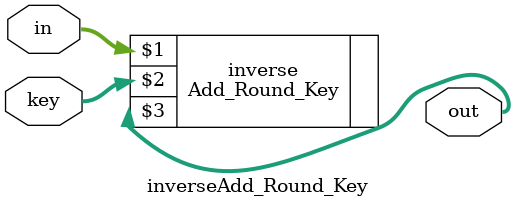
<source format=v>
module inverseAdd_Round_Key(
  input  [127:0] in,
  input  [127:0] key,
  output [127:0] out
  );
  //same implementation of add round key
Add_Round_Key inverse(in,key,out);
endmodule

</source>
